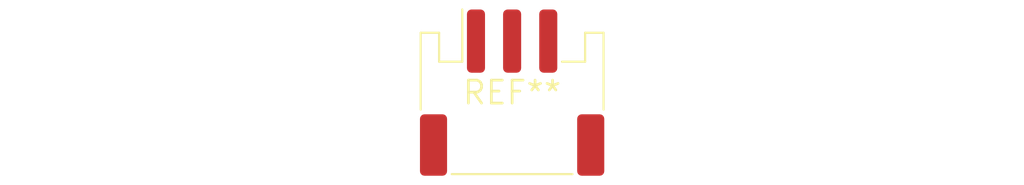
<source format=kicad_pcb>
(kicad_pcb (version 20240108) (generator pcbnew)
  (layers (0 "F.Cu" signal) (31 "B.Cu" signal) (34 "B.Paste" user) (35 "F.Paste" user) (36 "B.SilkS" user "B.Silkscreen") (37 "F.SilkS" user "F.Silkscreen") (38 "B.Mask" user) (39 "F.Mask" user) (44 "Edge.Cuts" user))
  (net 0 "")
  (footprint "JST_PH_S3B-PH-SM4-TB_1x03-1MP_P2.00mm_Horizontal" (layer "F.Cu") (at 0 0)
    (property "Reference" "REF**")
    (property "Value" "JST_PH_S3B-PH-SM4-TB_1x03-1MP_P2.00mm_Horizontal")
    (fp_line (start -5.06 -3.31) (end -4.04 -3.31) (layer "F.SilkS") (stroke (width 0.12)))
    (fp_line (start -5.06 0.94) (end -5.06 -3.31) (layer "F.SilkS") (stroke (width 0.12)))
    (fp_line (start -4.04 -3.31) (end -4.04 -1.71) (layer "F.SilkS") (stroke (width 0.12)))
    (fp_line (start -4.04 -1.71) (end -2.76 -1.71) (layer "F.SilkS") (stroke (width 0.12)))
    (fp_line (start -3.34 4.51) (end 3.34 4.51) (layer "F.SilkS") (stroke (width 0.12)))
    (fp_line (start -2.76 -1.71) (end -2.76 -4.6) (layer "F.SilkS") (stroke (width 0.12)))
    (fp_line (start 4.04 -3.31) (end 4.04 -1.71) (layer "F.SilkS") (stroke (width 0.12)))
    (fp_line (start 4.04 -1.71) (end 2.76 -1.71) (layer "F.SilkS") (stroke (width 0.12)))
    (fp_line (start 5.06 -3.31) (end 4.04 -3.31) (layer "F.SilkS") (stroke (width 0.12)))
    (fp_line (start 5.06 0.94) (end 5.06 -3.31) (layer "F.SilkS") (stroke (width 0.12)))
    (pad "1" smd roundrect (at -2 -2.85) (size 1 3.5) (layers "F.Cu" "F.Paste" "F.Mask"))
    (pad "2" smd roundrect (at 0 -2.85) (size 1 3.5) (layers "F.Cu" "F.Paste" "F.Mask"))
    (pad "3" smd roundrect (at 2 -2.85) (size 1 3.5) (layers "F.Cu" "F.Paste" "F.Mask"))
    (pad "MP" smd roundrect (at -4.35 2.9) (size 1.5 3.4) (layers "F.Cu" "F.Paste" "F.Mask") (roundrect_rratio 0.166667))
    (pad "MP" smd roundrect (at 4.35 2.9) (size 1.5 3.4) (layers "F.Cu" "F.Paste" "F.Mask") (roundrect_rratio 0.166667))
  )
)
</source>
